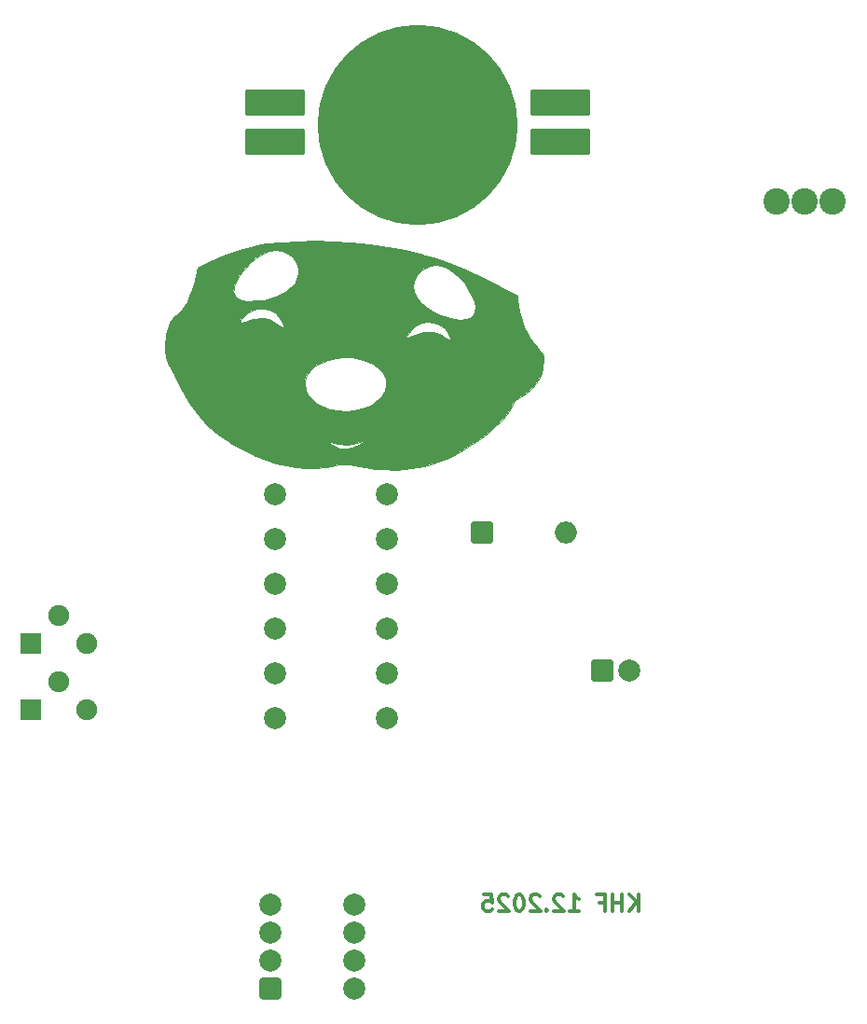
<source format=gbr>
%TF.GenerationSoftware,KiCad,Pcbnew,9.0.6*%
%TF.CreationDate,2025-12-18T17:12:23+01:00*%
%TF.ProjectId,Santa,53616e74-612e-46b6-9963-61645f706362,rev?*%
%TF.SameCoordinates,Original*%
%TF.FileFunction,Soldermask,Bot*%
%TF.FilePolarity,Negative*%
%FSLAX46Y46*%
G04 Gerber Fmt 4.6, Leading zero omitted, Abs format (unit mm)*
G04 Created by KiCad (PCBNEW 9.0.6) date 2025-12-18 17:12:23*
%MOMM*%
%LPD*%
G01*
G04 APERTURE LIST*
G04 Aperture macros list*
%AMRoundRect*
0 Rectangle with rounded corners*
0 $1 Rounding radius*
0 $2 $3 $4 $5 $6 $7 $8 $9 X,Y pos of 4 corners*
0 Add a 4 corners polygon primitive as box body*
4,1,4,$2,$3,$4,$5,$6,$7,$8,$9,$2,$3,0*
0 Add four circle primitives for the rounded corners*
1,1,$1+$1,$2,$3*
1,1,$1+$1,$4,$5*
1,1,$1+$1,$6,$7*
1,1,$1+$1,$8,$9*
0 Add four rect primitives between the rounded corners*
20,1,$1+$1,$2,$3,$4,$5,0*
20,1,$1+$1,$4,$5,$6,$7,0*
20,1,$1+$1,$6,$7,$8,$9,0*
20,1,$1+$1,$8,$9,$2,$3,0*%
G04 Aperture macros list end*
%ADD10C,0.300000*%
%ADD11C,0.010000*%
%ADD12C,2.000000*%
%ADD13RoundRect,0.200000X-0.800000X-0.800000X0.800000X-0.800000X0.800000X0.800000X-0.800000X0.800000X0*%
%ADD14O,2.000000X2.000000*%
%ADD15RoundRect,0.312500X-0.687500X-0.687500X0.687500X-0.687500X0.687500X0.687500X-0.687500X0.687500X0*%
%ADD16C,2.400000*%
%ADD17RoundRect,0.200000X-0.900000X-0.900000X0.900000X-0.900000X0.900000X0.900000X-0.900000X0.900000X0*%
%ADD18C,2.200000*%
%ADD19RoundRect,0.200000X-2.500000X-1.000000X2.500000X-1.000000X2.500000X1.000000X-2.500000X1.000000X0*%
%ADD20C,18.180000*%
%ADD21RoundRect,0.200000X-0.750000X-0.750000X0.750000X-0.750000X0.750000X0.750000X-0.750000X0.750000X0*%
%ADD22C,1.900000*%
G04 APERTURE END LIST*
D10*
X158645489Y-120800828D02*
X158645489Y-119300828D01*
X157788346Y-120800828D02*
X158431203Y-119943685D01*
X157788346Y-119300828D02*
X158645489Y-120157971D01*
X157145489Y-120800828D02*
X157145489Y-119300828D01*
X157145489Y-120015114D02*
X156288346Y-120015114D01*
X156288346Y-120800828D02*
X156288346Y-119300828D01*
X155074060Y-120015114D02*
X155574060Y-120015114D01*
X155574060Y-120800828D02*
X155574060Y-119300828D01*
X155574060Y-119300828D02*
X154859774Y-119300828D01*
X152359774Y-120800828D02*
X153216917Y-120800828D01*
X152788346Y-120800828D02*
X152788346Y-119300828D01*
X152788346Y-119300828D02*
X152931203Y-119515114D01*
X152931203Y-119515114D02*
X153074060Y-119657971D01*
X153074060Y-119657971D02*
X153216917Y-119729400D01*
X151788346Y-119443685D02*
X151716918Y-119372257D01*
X151716918Y-119372257D02*
X151574061Y-119300828D01*
X151574061Y-119300828D02*
X151216918Y-119300828D01*
X151216918Y-119300828D02*
X151074061Y-119372257D01*
X151074061Y-119372257D02*
X151002632Y-119443685D01*
X151002632Y-119443685D02*
X150931203Y-119586542D01*
X150931203Y-119586542D02*
X150931203Y-119729400D01*
X150931203Y-119729400D02*
X151002632Y-119943685D01*
X151002632Y-119943685D02*
X151859775Y-120800828D01*
X151859775Y-120800828D02*
X150931203Y-120800828D01*
X150288347Y-120657971D02*
X150216918Y-120729400D01*
X150216918Y-120729400D02*
X150288347Y-120800828D01*
X150288347Y-120800828D02*
X150359775Y-120729400D01*
X150359775Y-120729400D02*
X150288347Y-120657971D01*
X150288347Y-120657971D02*
X150288347Y-120800828D01*
X149645489Y-119443685D02*
X149574061Y-119372257D01*
X149574061Y-119372257D02*
X149431204Y-119300828D01*
X149431204Y-119300828D02*
X149074061Y-119300828D01*
X149074061Y-119300828D02*
X148931204Y-119372257D01*
X148931204Y-119372257D02*
X148859775Y-119443685D01*
X148859775Y-119443685D02*
X148788346Y-119586542D01*
X148788346Y-119586542D02*
X148788346Y-119729400D01*
X148788346Y-119729400D02*
X148859775Y-119943685D01*
X148859775Y-119943685D02*
X149716918Y-120800828D01*
X149716918Y-120800828D02*
X148788346Y-120800828D01*
X147859775Y-119300828D02*
X147716918Y-119300828D01*
X147716918Y-119300828D02*
X147574061Y-119372257D01*
X147574061Y-119372257D02*
X147502633Y-119443685D01*
X147502633Y-119443685D02*
X147431204Y-119586542D01*
X147431204Y-119586542D02*
X147359775Y-119872257D01*
X147359775Y-119872257D02*
X147359775Y-120229400D01*
X147359775Y-120229400D02*
X147431204Y-120515114D01*
X147431204Y-120515114D02*
X147502633Y-120657971D01*
X147502633Y-120657971D02*
X147574061Y-120729400D01*
X147574061Y-120729400D02*
X147716918Y-120800828D01*
X147716918Y-120800828D02*
X147859775Y-120800828D01*
X147859775Y-120800828D02*
X148002633Y-120729400D01*
X148002633Y-120729400D02*
X148074061Y-120657971D01*
X148074061Y-120657971D02*
X148145490Y-120515114D01*
X148145490Y-120515114D02*
X148216918Y-120229400D01*
X148216918Y-120229400D02*
X148216918Y-119872257D01*
X148216918Y-119872257D02*
X148145490Y-119586542D01*
X148145490Y-119586542D02*
X148074061Y-119443685D01*
X148074061Y-119443685D02*
X148002633Y-119372257D01*
X148002633Y-119372257D02*
X147859775Y-119300828D01*
X146788347Y-119443685D02*
X146716919Y-119372257D01*
X146716919Y-119372257D02*
X146574062Y-119300828D01*
X146574062Y-119300828D02*
X146216919Y-119300828D01*
X146216919Y-119300828D02*
X146074062Y-119372257D01*
X146074062Y-119372257D02*
X146002633Y-119443685D01*
X146002633Y-119443685D02*
X145931204Y-119586542D01*
X145931204Y-119586542D02*
X145931204Y-119729400D01*
X145931204Y-119729400D02*
X146002633Y-119943685D01*
X146002633Y-119943685D02*
X146859776Y-120800828D01*
X146859776Y-120800828D02*
X145931204Y-120800828D01*
X144574062Y-119300828D02*
X145288348Y-119300828D01*
X145288348Y-119300828D02*
X145359776Y-120015114D01*
X145359776Y-120015114D02*
X145288348Y-119943685D01*
X145288348Y-119943685D02*
X145145491Y-119872257D01*
X145145491Y-119872257D02*
X144788348Y-119872257D01*
X144788348Y-119872257D02*
X144645491Y-119943685D01*
X144645491Y-119943685D02*
X144574062Y-120015114D01*
X144574062Y-120015114D02*
X144502633Y-120157971D01*
X144502633Y-120157971D02*
X144502633Y-120515114D01*
X144502633Y-120515114D02*
X144574062Y-120657971D01*
X144574062Y-120657971D02*
X144645491Y-120729400D01*
X144645491Y-120729400D02*
X144788348Y-120800828D01*
X144788348Y-120800828D02*
X145145491Y-120800828D01*
X145145491Y-120800828D02*
X145288348Y-120729400D01*
X145288348Y-120729400D02*
X145359776Y-120657971D01*
D11*
%TO.C,G\u002A\u002A\u002A*%
X130886877Y-60022967D02*
X132540524Y-60134372D01*
X134194438Y-60306004D01*
X135817910Y-60535749D01*
X137380228Y-60821491D01*
X138850683Y-61161113D01*
X138969400Y-61192120D01*
X140237778Y-61557616D01*
X141462176Y-61977333D01*
X142685838Y-62468369D01*
X143952007Y-63047822D01*
X145023067Y-63585736D01*
X145525753Y-63846011D01*
X146019438Y-64100027D01*
X146468278Y-64329460D01*
X146836433Y-64515982D01*
X147076233Y-64635486D01*
X147647733Y-64915455D01*
X147647733Y-65371354D01*
X147684054Y-65802912D01*
X147783415Y-66331069D01*
X147931412Y-66901840D01*
X148113642Y-67461238D01*
X148315704Y-67955276D01*
X148363385Y-68053816D01*
X148728058Y-68719769D01*
X149107129Y-69278136D01*
X149541744Y-69788540D01*
X149609954Y-69860174D01*
X149829979Y-70100002D01*
X149953067Y-70280125D01*
X150006710Y-70455692D01*
X150018400Y-70679559D01*
X149942599Y-71500879D01*
X149716600Y-72244682D01*
X149342505Y-72907464D01*
X148822417Y-73485721D01*
X148158439Y-73975947D01*
X147977407Y-74080389D01*
X147743234Y-74218284D01*
X147561742Y-74357727D01*
X147399708Y-74535275D01*
X147223909Y-74787483D01*
X147001121Y-75150907D01*
X146994692Y-75161683D01*
X146610162Y-75741537D01*
X146164046Y-76283626D01*
X145631463Y-76812915D01*
X144987536Y-77354369D01*
X144295050Y-77870709D01*
X143404752Y-78486992D01*
X142604553Y-78997243D01*
X141865426Y-79415776D01*
X141158346Y-79756904D01*
X140454287Y-80034942D01*
X139724223Y-80264204D01*
X139138733Y-80413551D01*
X137938078Y-80626006D01*
X136657039Y-80726307D01*
X135344370Y-80711829D01*
X134642919Y-80655716D01*
X134284621Y-80610897D01*
X133821010Y-80542694D01*
X133312900Y-80460504D01*
X132837196Y-80376702D01*
X132370040Y-80293092D01*
X132034000Y-80241884D01*
X131794448Y-80220812D01*
X131616753Y-80227609D01*
X131466284Y-80260011D01*
X131397698Y-80282528D01*
X130815805Y-80437388D01*
X130111628Y-80532202D01*
X129271833Y-80568225D01*
X128493372Y-80555555D01*
X127513588Y-80488067D01*
X126594574Y-80354944D01*
X125698817Y-80145872D01*
X124788800Y-79850538D01*
X123827009Y-79458629D01*
X122882733Y-79013132D01*
X121589821Y-78301606D01*
X121360669Y-78145393D01*
X130441083Y-78145393D01*
X130696096Y-78400407D01*
X131075824Y-78665106D01*
X131545238Y-78808259D01*
X132073446Y-78827207D01*
X132629553Y-78719289D01*
X132958067Y-78595110D01*
X133243848Y-78450382D01*
X133497602Y-78295482D01*
X133593067Y-78224026D01*
X133804733Y-78043749D01*
X133296733Y-78218612D01*
X132682311Y-78375913D01*
X132043463Y-78444503D01*
X131435870Y-78422126D01*
X130937575Y-78314298D01*
X130441083Y-78145393D01*
X121360669Y-78145393D01*
X120444749Y-77521012D01*
X119436270Y-76660293D01*
X118553139Y-75708394D01*
X117784110Y-74654261D01*
X117117936Y-73486836D01*
X116984668Y-73214967D01*
X116862783Y-72960967D01*
X128304222Y-72960967D01*
X128384386Y-73468357D01*
X128612687Y-73935674D01*
X128970833Y-74354091D01*
X129440538Y-74714783D01*
X130003511Y-75008924D01*
X130641462Y-75227690D01*
X131336104Y-75362255D01*
X132069147Y-75403794D01*
X132822301Y-75343481D01*
X133127400Y-75288375D01*
X133834781Y-75083555D01*
X134453086Y-74793228D01*
X134966892Y-74431143D01*
X135360771Y-74011046D01*
X135619300Y-73546687D01*
X135727053Y-73051812D01*
X135729272Y-72969412D01*
X135648415Y-72432896D01*
X135410672Y-71944829D01*
X135023286Y-71511998D01*
X134493500Y-71141190D01*
X133828557Y-70839194D01*
X133275071Y-70669426D01*
X132535378Y-70537589D01*
X131800078Y-70512655D01*
X131087813Y-70586032D01*
X130417223Y-70749127D01*
X129806949Y-70993345D01*
X129275632Y-71310094D01*
X128841913Y-71690781D01*
X128524434Y-72126811D01*
X128341834Y-72609591D01*
X128304222Y-72960967D01*
X116862783Y-72960967D01*
X116782824Y-72794341D01*
X116590553Y-72398229D01*
X116427718Y-72067256D01*
X116314181Y-71842046D01*
X116301615Y-71817967D01*
X116069245Y-71369588D01*
X115904720Y-71029520D01*
X115792698Y-70758581D01*
X115717841Y-70517587D01*
X115664807Y-70267357D01*
X115643173Y-70136159D01*
X115603425Y-69353332D01*
X115687793Y-68730582D01*
X137583259Y-68730582D01*
X137707367Y-68732731D01*
X137889900Y-68656294D01*
X138557036Y-68379693D01*
X139187411Y-68245357D01*
X139685508Y-68233812D01*
X139997608Y-68261910D01*
X140249438Y-68319606D01*
X140503739Y-68428563D01*
X140823253Y-68610447D01*
X140884933Y-68647954D01*
X141222602Y-68842066D01*
X141433823Y-68928067D01*
X141526285Y-68901199D01*
X141507674Y-68756701D01*
X141385680Y-68489814D01*
X141324866Y-68375582D01*
X140979272Y-67902899D01*
X140530616Y-67564344D01*
X140020226Y-67371166D01*
X139436633Y-67310633D01*
X138888329Y-67413413D01*
X138384344Y-67675532D01*
X137933704Y-68093017D01*
X137712384Y-68386639D01*
X137584872Y-68615127D01*
X137583259Y-68730582D01*
X115687793Y-68730582D01*
X115716625Y-68517764D01*
X115980669Y-67644773D01*
X115988301Y-67624891D01*
X116054200Y-67468376D01*
X122332400Y-67468376D01*
X122403166Y-67468159D01*
X122591202Y-67408837D01*
X122860119Y-67302447D01*
X122946233Y-67265301D01*
X123291742Y-67124595D01*
X123580443Y-67042626D01*
X123887654Y-67004145D01*
X124286705Y-66993907D01*
X124641068Y-66996388D01*
X124890624Y-67017898D01*
X125096505Y-67076118D01*
X125319839Y-67188727D01*
X125621757Y-67373405D01*
X125641372Y-67385701D01*
X125983999Y-67597552D01*
X126206201Y-67723480D01*
X126329351Y-67770114D01*
X126374827Y-67744085D01*
X126364002Y-67652022D01*
X126350980Y-67605800D01*
X126196137Y-67246081D01*
X125961307Y-66875500D01*
X125695883Y-66567535D01*
X125593996Y-66479698D01*
X125101541Y-66203288D01*
X124568418Y-66075166D01*
X124025201Y-66090004D01*
X123502467Y-66242473D01*
X123030791Y-66527245D01*
X122640750Y-66938991D01*
X122597409Y-67001907D01*
X122452499Y-67231558D01*
X122356241Y-67404944D01*
X122332400Y-67468376D01*
X116054200Y-67468376D01*
X116146856Y-67248316D01*
X116285797Y-67004526D01*
X116424829Y-66861599D01*
X116480264Y-66827874D01*
X116887059Y-66531285D01*
X117272096Y-66080612D01*
X117627669Y-65490522D01*
X117946071Y-64775681D01*
X118008203Y-64588296D01*
X121839675Y-64588296D01*
X121891616Y-64786636D01*
X121999056Y-64948768D01*
X122186310Y-65149418D01*
X122397475Y-65285454D01*
X122666490Y-65366028D01*
X123027292Y-65400291D01*
X123513818Y-65397394D01*
X123644733Y-65392530D01*
X124090565Y-65363088D01*
X124534567Y-65314875D01*
X124912626Y-65255692D01*
X125084067Y-65217376D01*
X125862677Y-64951687D01*
X126522854Y-64609951D01*
X127051536Y-64201150D01*
X127172970Y-64053552D01*
X138180468Y-64053552D01*
X138245311Y-64559066D01*
X138455683Y-65057415D01*
X138807484Y-65534421D01*
X139296616Y-65975906D01*
X139918981Y-66367692D01*
X139989419Y-66404115D01*
X140625778Y-66686501D01*
X141274479Y-66900879D01*
X141903795Y-67041573D01*
X142481996Y-67102910D01*
X142977354Y-67079214D01*
X143293166Y-66995014D01*
X143578832Y-66789574D01*
X143756688Y-66472419D01*
X143813947Y-66071992D01*
X143797210Y-65873862D01*
X143708919Y-65546260D01*
X143539270Y-65128002D01*
X143310594Y-64662307D01*
X143045218Y-64192394D01*
X142765474Y-63761482D01*
X142575449Y-63509122D01*
X142220102Y-63130175D01*
X141802422Y-62774242D01*
X141368409Y-62475043D01*
X140964063Y-62266298D01*
X140804611Y-62211015D01*
X140214717Y-62126673D01*
X139657505Y-62206818D01*
X139143722Y-62449052D01*
X138900091Y-62635803D01*
X138503759Y-63077743D01*
X138265251Y-63555052D01*
X138180468Y-64053552D01*
X127172970Y-64053552D01*
X127435663Y-63734263D01*
X127551859Y-63520633D01*
X127713624Y-62991448D01*
X127708362Y-62464965D01*
X127538211Y-61951404D01*
X127205312Y-61460984D01*
X127095837Y-61342090D01*
X126666584Y-61012203D01*
X126176371Y-60829133D01*
X125639969Y-60788244D01*
X125072151Y-60884900D01*
X124487689Y-61114465D01*
X123901357Y-61472302D01*
X123327926Y-61953776D01*
X122782168Y-62554251D01*
X122637696Y-62741241D01*
X122327473Y-63172221D01*
X122111841Y-63514758D01*
X121972087Y-63806252D01*
X121889499Y-64084099D01*
X121853542Y-64308352D01*
X121839675Y-64588296D01*
X118008203Y-64588296D01*
X118219598Y-63950756D01*
X118418354Y-63139210D01*
X118568309Y-62419967D01*
X119611258Y-61896068D01*
X121158107Y-61205897D01*
X122729940Y-60679129D01*
X124345036Y-60309966D01*
X124889162Y-60221955D01*
X126234639Y-60071285D01*
X127703224Y-59989308D01*
X129264207Y-59973908D01*
X130886877Y-60022967D01*
G36*
X130886877Y-60022967D02*
G01*
X132540524Y-60134372D01*
X134194438Y-60306004D01*
X135817910Y-60535749D01*
X137380228Y-60821491D01*
X138850683Y-61161113D01*
X138969400Y-61192120D01*
X140237778Y-61557616D01*
X141462176Y-61977333D01*
X142685838Y-62468369D01*
X143952007Y-63047822D01*
X145023067Y-63585736D01*
X145525753Y-63846011D01*
X146019438Y-64100027D01*
X146468278Y-64329460D01*
X146836433Y-64515982D01*
X147076233Y-64635486D01*
X147647733Y-64915455D01*
X147647733Y-65371354D01*
X147684054Y-65802912D01*
X147783415Y-66331069D01*
X147931412Y-66901840D01*
X148113642Y-67461238D01*
X148315704Y-67955276D01*
X148363385Y-68053816D01*
X148728058Y-68719769D01*
X149107129Y-69278136D01*
X149541744Y-69788540D01*
X149609954Y-69860174D01*
X149829979Y-70100002D01*
X149953067Y-70280125D01*
X150006710Y-70455692D01*
X150018400Y-70679559D01*
X149942599Y-71500879D01*
X149716600Y-72244682D01*
X149342505Y-72907464D01*
X148822417Y-73485721D01*
X148158439Y-73975947D01*
X147977407Y-74080389D01*
X147743234Y-74218284D01*
X147561742Y-74357727D01*
X147399708Y-74535275D01*
X147223909Y-74787483D01*
X147001121Y-75150907D01*
X146994692Y-75161683D01*
X146610162Y-75741537D01*
X146164046Y-76283626D01*
X145631463Y-76812915D01*
X144987536Y-77354369D01*
X144295050Y-77870709D01*
X143404752Y-78486992D01*
X142604553Y-78997243D01*
X141865426Y-79415776D01*
X141158346Y-79756904D01*
X140454287Y-80034942D01*
X139724223Y-80264204D01*
X139138733Y-80413551D01*
X137938078Y-80626006D01*
X136657039Y-80726307D01*
X135344370Y-80711829D01*
X134642919Y-80655716D01*
X134284621Y-80610897D01*
X133821010Y-80542694D01*
X133312900Y-80460504D01*
X132837196Y-80376702D01*
X132370040Y-80293092D01*
X132034000Y-80241884D01*
X131794448Y-80220812D01*
X131616753Y-80227609D01*
X131466284Y-80260011D01*
X131397698Y-80282528D01*
X130815805Y-80437388D01*
X130111628Y-80532202D01*
X129271833Y-80568225D01*
X128493372Y-80555555D01*
X127513588Y-80488067D01*
X126594574Y-80354944D01*
X125698817Y-80145872D01*
X124788800Y-79850538D01*
X123827009Y-79458629D01*
X122882733Y-79013132D01*
X121589821Y-78301606D01*
X121360669Y-78145393D01*
X130441083Y-78145393D01*
X130696096Y-78400407D01*
X131075824Y-78665106D01*
X131545238Y-78808259D01*
X132073446Y-78827207D01*
X132629553Y-78719289D01*
X132958067Y-78595110D01*
X133243848Y-78450382D01*
X133497602Y-78295482D01*
X133593067Y-78224026D01*
X133804733Y-78043749D01*
X133296733Y-78218612D01*
X132682311Y-78375913D01*
X132043463Y-78444503D01*
X131435870Y-78422126D01*
X130937575Y-78314298D01*
X130441083Y-78145393D01*
X121360669Y-78145393D01*
X120444749Y-77521012D01*
X119436270Y-76660293D01*
X118553139Y-75708394D01*
X117784110Y-74654261D01*
X117117936Y-73486836D01*
X116984668Y-73214967D01*
X116862783Y-72960967D01*
X128304222Y-72960967D01*
X128384386Y-73468357D01*
X128612687Y-73935674D01*
X128970833Y-74354091D01*
X129440538Y-74714783D01*
X130003511Y-75008924D01*
X130641462Y-75227690D01*
X131336104Y-75362255D01*
X132069147Y-75403794D01*
X132822301Y-75343481D01*
X133127400Y-75288375D01*
X133834781Y-75083555D01*
X134453086Y-74793228D01*
X134966892Y-74431143D01*
X135360771Y-74011046D01*
X135619300Y-73546687D01*
X135727053Y-73051812D01*
X135729272Y-72969412D01*
X135648415Y-72432896D01*
X135410672Y-71944829D01*
X135023286Y-71511998D01*
X134493500Y-71141190D01*
X133828557Y-70839194D01*
X133275071Y-70669426D01*
X132535378Y-70537589D01*
X131800078Y-70512655D01*
X131087813Y-70586032D01*
X130417223Y-70749127D01*
X129806949Y-70993345D01*
X129275632Y-71310094D01*
X128841913Y-71690781D01*
X128524434Y-72126811D01*
X128341834Y-72609591D01*
X128304222Y-72960967D01*
X116862783Y-72960967D01*
X116782824Y-72794341D01*
X116590553Y-72398229D01*
X116427718Y-72067256D01*
X116314181Y-71842046D01*
X116301615Y-71817967D01*
X116069245Y-71369588D01*
X115904720Y-71029520D01*
X115792698Y-70758581D01*
X115717841Y-70517587D01*
X115664807Y-70267357D01*
X115643173Y-70136159D01*
X115603425Y-69353332D01*
X115687793Y-68730582D01*
X137583259Y-68730582D01*
X137707367Y-68732731D01*
X137889900Y-68656294D01*
X138557036Y-68379693D01*
X139187411Y-68245357D01*
X139685508Y-68233812D01*
X139997608Y-68261910D01*
X140249438Y-68319606D01*
X140503739Y-68428563D01*
X140823253Y-68610447D01*
X140884933Y-68647954D01*
X141222602Y-68842066D01*
X141433823Y-68928067D01*
X141526285Y-68901199D01*
X141507674Y-68756701D01*
X141385680Y-68489814D01*
X141324866Y-68375582D01*
X140979272Y-67902899D01*
X140530616Y-67564344D01*
X140020226Y-67371166D01*
X139436633Y-67310633D01*
X138888329Y-67413413D01*
X138384344Y-67675532D01*
X137933704Y-68093017D01*
X137712384Y-68386639D01*
X137584872Y-68615127D01*
X137583259Y-68730582D01*
X115687793Y-68730582D01*
X115716625Y-68517764D01*
X115980669Y-67644773D01*
X115988301Y-67624891D01*
X116054200Y-67468376D01*
X122332400Y-67468376D01*
X122403166Y-67468159D01*
X122591202Y-67408837D01*
X122860119Y-67302447D01*
X122946233Y-67265301D01*
X123291742Y-67124595D01*
X123580443Y-67042626D01*
X123887654Y-67004145D01*
X124286705Y-66993907D01*
X124641068Y-66996388D01*
X124890624Y-67017898D01*
X125096505Y-67076118D01*
X125319839Y-67188727D01*
X125621757Y-67373405D01*
X125641372Y-67385701D01*
X125983999Y-67597552D01*
X126206201Y-67723480D01*
X126329351Y-67770114D01*
X126374827Y-67744085D01*
X126364002Y-67652022D01*
X126350980Y-67605800D01*
X126196137Y-67246081D01*
X125961307Y-66875500D01*
X125695883Y-66567535D01*
X125593996Y-66479698D01*
X125101541Y-66203288D01*
X124568418Y-66075166D01*
X124025201Y-66090004D01*
X123502467Y-66242473D01*
X123030791Y-66527245D01*
X122640750Y-66938991D01*
X122597409Y-67001907D01*
X122452499Y-67231558D01*
X122356241Y-67404944D01*
X122332400Y-67468376D01*
X116054200Y-67468376D01*
X116146856Y-67248316D01*
X116285797Y-67004526D01*
X116424829Y-66861599D01*
X116480264Y-66827874D01*
X116887059Y-66531285D01*
X117272096Y-66080612D01*
X117627669Y-65490522D01*
X117946071Y-64775681D01*
X118008203Y-64588296D01*
X121839675Y-64588296D01*
X121891616Y-64786636D01*
X121999056Y-64948768D01*
X122186310Y-65149418D01*
X122397475Y-65285454D01*
X122666490Y-65366028D01*
X123027292Y-65400291D01*
X123513818Y-65397394D01*
X123644733Y-65392530D01*
X124090565Y-65363088D01*
X124534567Y-65314875D01*
X124912626Y-65255692D01*
X125084067Y-65217376D01*
X125862677Y-64951687D01*
X126522854Y-64609951D01*
X127051536Y-64201150D01*
X127172970Y-64053552D01*
X138180468Y-64053552D01*
X138245311Y-64559066D01*
X138455683Y-65057415D01*
X138807484Y-65534421D01*
X139296616Y-65975906D01*
X139918981Y-66367692D01*
X139989419Y-66404115D01*
X140625778Y-66686501D01*
X141274479Y-66900879D01*
X141903795Y-67041573D01*
X142481996Y-67102910D01*
X142977354Y-67079214D01*
X143293166Y-66995014D01*
X143578832Y-66789574D01*
X143756688Y-66472419D01*
X143813947Y-66071992D01*
X143797210Y-65873862D01*
X143708919Y-65546260D01*
X143539270Y-65128002D01*
X143310594Y-64662307D01*
X143045218Y-64192394D01*
X142765474Y-63761482D01*
X142575449Y-63509122D01*
X142220102Y-63130175D01*
X141802422Y-62774242D01*
X141368409Y-62475043D01*
X140964063Y-62266298D01*
X140804611Y-62211015D01*
X140214717Y-62126673D01*
X139657505Y-62206818D01*
X139143722Y-62449052D01*
X138900091Y-62635803D01*
X138503759Y-63077743D01*
X138265251Y-63555052D01*
X138180468Y-64053552D01*
X127172970Y-64053552D01*
X127435663Y-63734263D01*
X127551859Y-63520633D01*
X127713624Y-62991448D01*
X127708362Y-62464965D01*
X127538211Y-61951404D01*
X127205312Y-61460984D01*
X127095837Y-61342090D01*
X126666584Y-61012203D01*
X126176371Y-60829133D01*
X125639969Y-60788244D01*
X125072151Y-60884900D01*
X124487689Y-61114465D01*
X123901357Y-61472302D01*
X123327926Y-61953776D01*
X122782168Y-62554251D01*
X122637696Y-62741241D01*
X122327473Y-63172221D01*
X122111841Y-63514758D01*
X121972087Y-63806252D01*
X121889499Y-64084099D01*
X121853542Y-64308352D01*
X121839675Y-64588296D01*
X118008203Y-64588296D01*
X118219598Y-63950756D01*
X118418354Y-63139210D01*
X118568309Y-62419967D01*
X119611258Y-61896068D01*
X121158107Y-61205897D01*
X122729940Y-60679129D01*
X124345036Y-60309966D01*
X124889162Y-60221955D01*
X126234639Y-60071285D01*
X127703224Y-59989308D01*
X129264207Y-59973908D01*
X130886877Y-60022967D01*
G37*
%TD*%
D12*
%TO.C,R3*%
X135760000Y-103250000D03*
X125600000Y-103250000D03*
%TD*%
%TO.C,R6*%
X135760000Y-91100000D03*
X125600000Y-91100000D03*
%TD*%
%TO.C,R5*%
X135760000Y-95150000D03*
X125600000Y-95150000D03*
%TD*%
%TO.C,C1*%
X157800000Y-99000000D03*
D13*
X155300000Y-99000000D03*
%TD*%
D14*
%TO.C,D3*%
X152020000Y-86400000D03*
D13*
X144400000Y-86400000D03*
%TD*%
D12*
%TO.C,R8*%
X135760000Y-83000000D03*
X125600000Y-83000000D03*
%TD*%
%TO.C,R4*%
X135760000Y-99200000D03*
X125600000Y-99200000D03*
%TD*%
%TO.C,U1*%
X132830000Y-127840000D03*
X132830000Y-125300000D03*
X132830000Y-122760000D03*
X132830000Y-120220000D03*
X125210000Y-120220000D03*
X125210000Y-122760000D03*
X125210000Y-125300000D03*
D15*
X125210000Y-127840000D03*
%TD*%
D12*
%TO.C,R7*%
X135760000Y-87050000D03*
X125600000Y-87050000D03*
%TD*%
D16*
%TO.C,S1*%
X176280000Y-56400000D03*
X173740000Y-56400000D03*
X171200000Y-56400000D03*
%TD*%
D17*
%TO.C,D1*%
X138200000Y-70600000D03*
D18*
X140740000Y-70600000D03*
%TD*%
D17*
%TO.C,D2*%
X122800000Y-69400000D03*
D18*
X125340000Y-69400000D03*
%TD*%
D19*
%TO.C,U2*%
X125646000Y-50924000D03*
X125646000Y-47368000D03*
X151540000Y-50924000D03*
X151540000Y-47368000D03*
D20*
X138600000Y-49400000D03*
%TD*%
D21*
%TO.C,T2*%
X103460000Y-102482385D03*
D22*
X106000000Y-99942385D03*
X108540000Y-102482385D03*
%TD*%
D21*
%TO.C,T1*%
X103460000Y-96540000D03*
D22*
X106000000Y-94000000D03*
X108540000Y-96540000D03*
%TD*%
M02*

</source>
